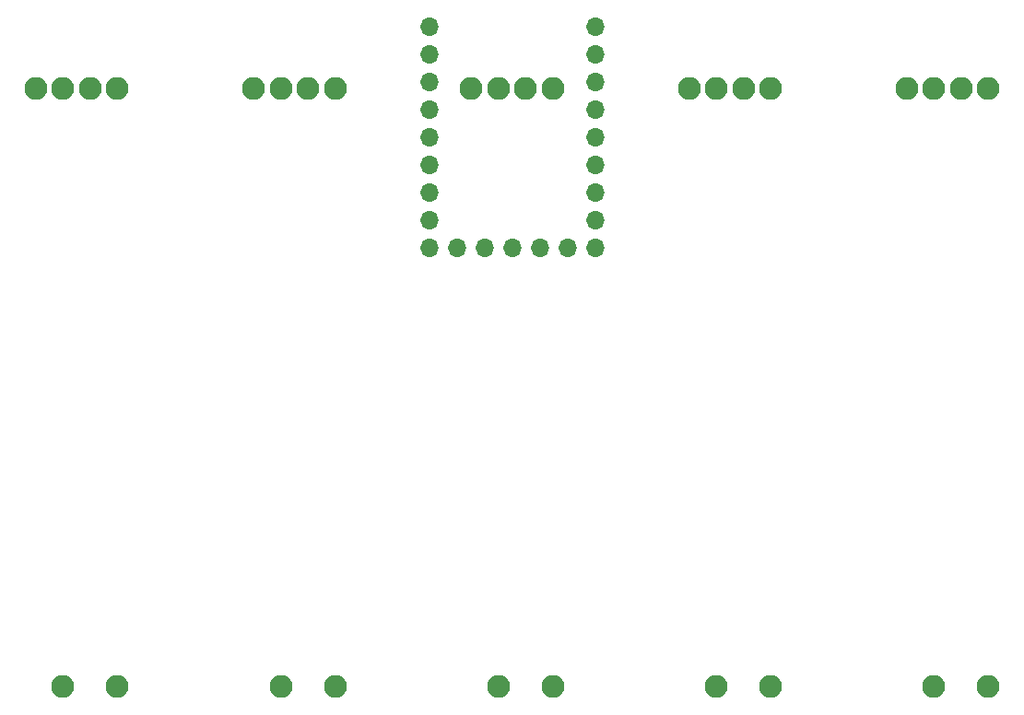
<source format=gbr>
%TF.GenerationSoftware,KiCad,Pcbnew,9.0.7*%
%TF.CreationDate,2026-01-29T16:23:54-06:00*%
%TF.ProjectId,deej,6465656a-2e6b-4696-9361-645f70636258,rev?*%
%TF.SameCoordinates,Original*%
%TF.FileFunction,Soldermask,Bot*%
%TF.FilePolarity,Negative*%
%FSLAX46Y46*%
G04 Gerber Fmt 4.6, Leading zero omitted, Abs format (unit mm)*
G04 Created by KiCad (PCBNEW 9.0.7) date 2026-01-29 16:23:54*
%MOMM*%
%LPD*%
G01*
G04 APERTURE LIST*
%ADD10O,2.101600X2.101600*%
%ADD11O,1.701600X1.701600*%
G04 APERTURE END LIST*
D10*
%TO.C,U2*%
X186249900Y-77500200D03*
X188750100Y-77500200D03*
X188750100Y-132500100D03*
X191249900Y-77500200D03*
X193750100Y-77500200D03*
X193750100Y-132500100D03*
%TD*%
D11*
%TO.C,U8*%
X157620000Y-71840000D03*
X157620000Y-74380000D03*
X157620000Y-76920000D03*
X157620000Y-79460000D03*
X157620000Y-82000000D03*
X157620000Y-84540000D03*
X157620000Y-87080000D03*
X157620000Y-89620000D03*
X157620000Y-92160000D03*
X155080000Y-92160000D03*
X152540000Y-92160000D03*
X150000000Y-92160000D03*
X147460000Y-92160000D03*
X144920000Y-92160000D03*
X142380000Y-92160000D03*
X142380000Y-89620000D03*
X142380000Y-87080000D03*
X142380000Y-84540000D03*
X142380000Y-82000000D03*
X142380000Y-79460000D03*
X142380000Y-76920000D03*
X142380000Y-74380000D03*
X142380000Y-71840000D03*
%TD*%
D10*
%TO.C,U3*%
X166249900Y-77500200D03*
X168750100Y-77500200D03*
X168750100Y-132500100D03*
X171249900Y-77500200D03*
X173750100Y-77500200D03*
X173750100Y-132500100D03*
%TD*%
%TO.C,U5*%
X126249900Y-77500200D03*
X128750100Y-77500200D03*
X128750100Y-132500100D03*
X131249900Y-77500200D03*
X133750100Y-77500200D03*
X133750100Y-132500100D03*
%TD*%
%TO.C,U4*%
X146249900Y-77500200D03*
X148750100Y-77500200D03*
X148750100Y-132500100D03*
X151249900Y-77500200D03*
X153750100Y-77500200D03*
X153750100Y-132500100D03*
%TD*%
%TO.C,U6*%
X106249900Y-77500200D03*
X108750100Y-77500200D03*
X108750100Y-132500100D03*
X111249900Y-77500200D03*
X113750100Y-77500200D03*
X113750100Y-132500100D03*
%TD*%
M02*

</source>
